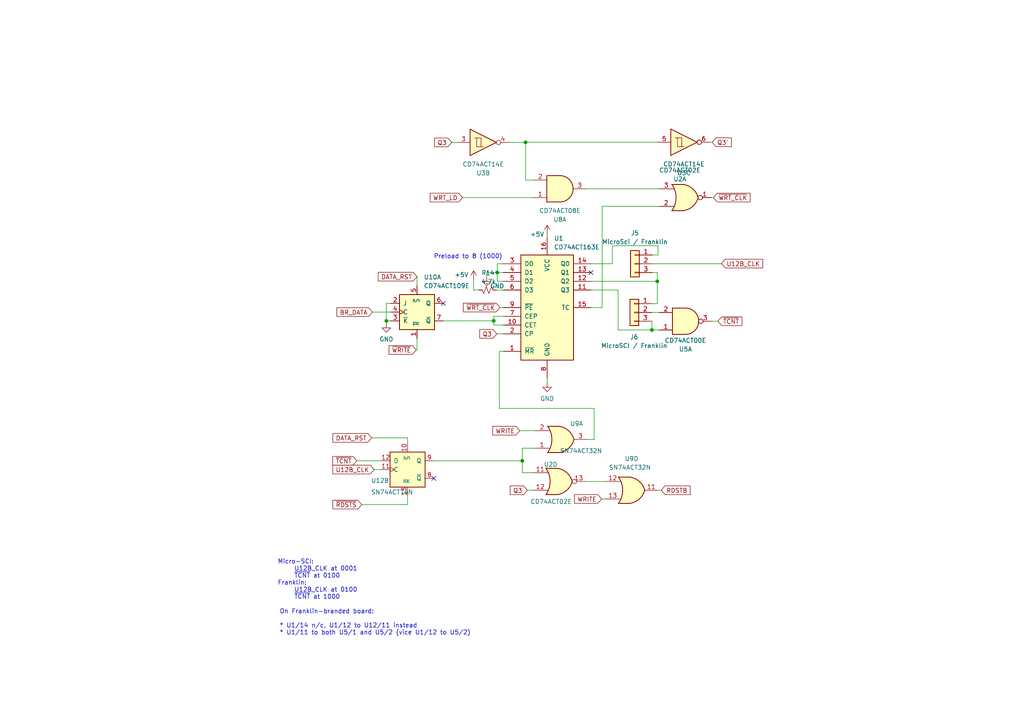
<source format=kicad_sch>
(kicad_sch (version 20230121) (generator eeschema)
  (paper "A4")
  (lib_symbols
    (symbol "74xx:74LS00" (pin_names (offset 1.016))
      (property "Reference" "U" (at 0 1.27 0))
      (property "Value" "74LS00" (at 0 -1.27 0))
      (symbol "74LS00_1_1"
        (arc (start 0 -3.81) (mid 3.7934 0) (end 0 3.81) (stroke (width 0.254)) (fill (type background)))
        (polyline (pts (xy 0 3.81) (xy -3.81 3.81) (xy -3.81 -3.81) (xy 0 -3.81)) (stroke (width 0.254)) (fill (type background)))
        (pin input line (at -7.62 2.54 0) (length 3.81) (name "~") (number "1"))
        (pin input line (at -7.62 -2.54 0) (length 3.81) (name "~") (number "2"))
        (pin output inverted (at 7.62 0 180) (length 3.81) (name "~") (number "3"))
      )
      (symbol "74LS00_1_2"
        (arc (start -3.81 -3.81) (mid -2.589 0) (end -3.81 3.81) (stroke (width 0.254)))
        (arc (start -0.6096 -3.81) (mid 2.1842 -2.5851) (end 3.81 0) (stroke (width 0.254)) (fill (type background)))
        (polyline (pts (xy -3.81 -3.81) (xy -0.635 -3.81)) (stroke (width 0.254)) (fill (type background)))
        (polyline (pts (xy -3.81 3.81) (xy -0.635 3.81)) (stroke (width 0.254)) (fill (type background)))
        (polyline (pts (xy -0.635 3.81) (xy -3.81 3.81) (xy -3.81 3.81) (xy -3.556 3.4036) (xy -3.0226 2.2606) (xy -2.6924 1.0414) (xy -2.6162 -0.254) (xy -2.7686 -1.4986) (xy -3.175 -2.7178) (xy -3.81 -3.81) (xy -3.81 -3.81) (xy -0.635 -3.81)) (stroke (width -25.4)) (fill (type background)))
        (arc (start 3.81 0) (mid 2.1915 2.5936) (end -0.6096 3.81) (stroke (width 0.254)) (fill (type background)))
        (pin input inverted (at -7.62 2.54 0) (length 4.318) (name "~") (number "1"))
        (pin input inverted (at -7.62 -2.54 0) (length 4.318) (name "~") (number "2"))
        (pin output line (at 7.62 0 180) (length 3.81) (name "~") (number "3"))
      )
      (symbol "74LS00_2_1"
        (arc (start 0 -3.81) (mid 3.7934 0) (end 0 3.81) (stroke (width 0.254)) (fill (type background)))
        (polyline (pts (xy 0 3.81) (xy -3.81 3.81) (xy -3.81 -3.81) (xy 0 -3.81)) (stroke (width 0.254)) (fill (type background)))
        (pin input line (at -7.62 2.54 0) (length 3.81) (name "~") (number "4"))
        (pin input line (at -7.62 -2.54 0) (length 3.81) (name "~") (number "5"))
        (pin output inverted (at 7.62 0 180) (length 3.81) (name "~") (number "6"))
      )
      (symbol "74LS00_2_2"
        (arc (start -3.81 -3.81) (mid -2.589 0) (end -3.81 3.81) (stroke (width 0.254)))
        (arc (start -0.6096 -3.81) (mid 2.1842 -2.5851) (end 3.81 0) (stroke (width 0.254)) (fill (type background)))
        (polyline (pts (xy -3.81 -3.81) (xy -0.635 -3.81)) (stroke (width 0.254)) (fill (type background)))
        (polyline (pts (xy -3.81 3.81) (xy -0.635 3.81)) (stroke (width 0.254)) (fill (type background)))
        (polyline (pts (xy -0.635 3.81) (xy -3.81 3.81) (xy -3.81 3.81) (xy -3.556 3.4036) (xy -3.0226 2.2606) (xy -2.6924 1.0414) (xy -2.6162 -0.254) (xy -2.7686 -1.4986) (xy -3.175 -2.7178) (xy -3.81 -3.81) (xy -3.81 -3.81) (xy -0.635 -3.81)) (stroke (width -25.4)) (fill (type background)))
        (arc (start 3.81 0) (mid 2.1915 2.5936) (end -0.6096 3.81) (stroke (width 0.254)) (fill (type background)))
        (pin input inverted (at -7.62 2.54 0) (length 4.318) (name "~") (number "4"))
        (pin input inverted (at -7.62 -2.54 0) (length 4.318) (name "~") (number "5"))
        (pin output line (at 7.62 0 180) (length 3.81) (name "~") (number "6"))
      )
      (symbol "74LS00_3_1"
        (arc (start 0 -3.81) (mid 3.7934 0) (end 0 3.81) (stroke (width 0.254)) (fill (type background)))
        (polyline (pts (xy 0 3.81) (xy -3.81 3.81) (xy -3.81 -3.81) (xy 0 -3.81)) (stroke (width 0.254)) (fill (type background)))
        (pin input line (at -7.62 -2.54 0) (length 3.81) (name "~") (number "10"))
        (pin output inverted (at 7.62 0 180) (length 3.81) (name "~") (number "8"))
        (pin input line (at -7.62 2.54 0) (length 3.81) (name "~") (number "9"))
      )
      (symbol "74LS00_3_2"
        (arc (start -3.81 -3.81) (mid -2.589 0) (end -3.81 3.81) (stroke (width 0.254)))
        (arc (start -0.6096 -3.81) (mid 2.1842 -2.5851) (end 3.81 0) (stroke (width 0.254)) (fill (type background)))
        (polyline (pts (xy -3.81 -3.81) (xy -0.635 -3.81)) (stroke (width 0.254)) (fill (type background)))
        (polyline (pts (xy -3.81 3.81) (xy -0.635 3.81)) (stroke (width 0.254)) (fill (type background)))
        (polyline (pts (xy -0.635 3.81) (xy -3.81 3.81) (xy -3.81 3.81) (xy -3.556 3.4036) (xy -3.0226 2.2606) (xy -2.6924 1.0414) (xy -2.6162 -0.254) (xy -2.7686 -1.4986) (xy -3.175 -2.7178) (xy -3.81 -3.81) (xy -3.81 -3.81) (xy -0.635 -3.81)) (stroke (width -25.4)) (fill (type background)))
        (arc (start 3.81 0) (mid 2.1915 2.5936) (end -0.6096 3.81) (stroke (width 0.254)) (fill (type background)))
        (pin input inverted (at -7.62 -2.54 0) (length 4.318) (name "~") (number "10"))
        (pin output line (at 7.62 0 180) (length 3.81) (name "~") (number "8"))
        (pin input inverted (at -7.62 2.54 0) (length 4.318) (name "~") (number "9"))
      )
      (symbol "74LS00_4_1"
        (arc (start 0 -3.81) (mid 3.7934 0) (end 0 3.81) (stroke (width 0.254)) (fill (type background)))
        (polyline (pts (xy 0 3.81) (xy -3.81 3.81) (xy -3.81 -3.81) (xy 0 -3.81)) (stroke (width 0.254)) (fill (type background)))
        (pin output inverted (at 7.62 0 180) (length 3.81) (name "~") (number "11"))
        (pin input line (at -7.62 2.54 0) (length 3.81) (name "~") (number "12"))
        (pin input line (at -7.62 -2.54 0) (length 3.81) (name "~") (number "13"))
      )
      (symbol "74LS00_4_2"
        (arc (start -3.81 -3.81) (mid -2.589 0) (end -3.81 3.81) (stroke (width 0.254)))
        (arc (start -0.6096 -3.81) (mid 2.1842 -2.5851) (end 3.81 0) (stroke (width 0.254)) (fill (type background)))
        (polyline (pts (xy -3.81 -3.81) (xy -0.635 -3.81)) (stroke (width 0.254)) (fill (type background)))
        (polyline (pts (xy -3.81 3.81) (xy -0.635 3.81)) (stroke (width 0.254)) (fill (type background)))
        (polyline (pts (xy -0.635 3.81) (xy -3.81 3.81) (xy -3.81 3.81) (xy -3.556 3.4036) (xy -3.0226 2.2606) (xy -2.6924 1.0414) (xy -2.6162 -0.254) (xy -2.7686 -1.4986) (xy -3.175 -2.7178) (xy -3.81 -3.81) (xy -3.81 -3.81) (xy -0.635 -3.81)) (stroke (width -25.4)) (fill (type background)))
        (arc (start 3.81 0) (mid 2.1915 2.5936) (end -0.6096 3.81) (stroke (width 0.254)) (fill (type background)))
        (pin output line (at 7.62 0 180) (length 3.81) (name "~") (number "11"))
        (pin input inverted (at -7.62 2.54 0) (length 4.318) (name "~") (number "12"))
        (pin input inverted (at -7.62 -2.54 0) (length 4.318) (name "~") (number "13"))
      )
      (symbol "74LS00_5_0"
        (pin power_in line (at 0 12.7 270) (length 5.08) (name "VCC") (number "14"))
        (pin power_in line (at 0 -12.7 90) (length 5.08) (name "GND") (number "7"))
      )
      (symbol "74LS00_5_1"
        (rectangle (start -5.08 7.62) (end 5.08 -7.62) (stroke (width 0.254)) (fill (type background)))
      )
    )
    (symbol "74xx:74LS02" (pin_names (offset 1.016))
      (property "Reference" "U" (at 0 1.27 0))
      (property "Value" "74LS02" (at 0 -1.27 0))
      (symbol "74LS02_1_1"
        (arc (start -3.81 -3.81) (mid -2.589 0) (end -3.81 3.81) (stroke (width 0.254)))
        (arc (start -0.6096 -3.81) (mid 2.1842 -2.5851) (end 3.81 0) (stroke (width 0.254)) (fill (type background)))
        (polyline (pts (xy -3.81 -3.81) (xy -0.635 -3.81)) (stroke (width 0.254)) (fill (type background)))
        (polyline (pts (xy -3.81 3.81) (xy -0.635 3.81)) (stroke (width 0.254)) (fill (type background)))
        (polyline (pts (xy -0.635 3.81) (xy -3.81 3.81) (xy -3.81 3.81) (xy -3.556 3.4036) (xy -3.0226 2.2606) (xy -2.6924 1.0414) (xy -2.6162 -0.254) (xy -2.7686 -1.4986) (xy -3.175 -2.7178) (xy -3.81 -3.81) (xy -3.81 -3.81) (xy -0.635 -3.81)) (stroke (width -25.4)) (fill (type background)))
        (arc (start 3.81 0) (mid 2.1915 2.5936) (end -0.6096 3.81) (stroke (width 0.254)) (fill (type background)))
        (pin output inverted (at 7.62 0 180) (length 3.81) (name "~") (number "1"))
        (pin input line (at -7.62 2.54 0) (length 4.318) (name "~") (number "2"))
        (pin input line (at -7.62 -2.54 0) (length 4.318) (name "~") (number "3"))
      )
      (symbol "74LS02_1_2"
        (arc (start 0 -3.81) (mid 3.7934 0) (end 0 3.81) (stroke (width 0.254)) (fill (type background)))
        (polyline (pts (xy 0 3.81) (xy -3.81 3.81) (xy -3.81 -3.81) (xy 0 -3.81)) (stroke (width 0.254)) (fill (type background)))
        (pin output line (at 7.62 0 180) (length 3.81) (name "~") (number "1"))
        (pin input inverted (at -7.62 2.54 0) (length 3.81) (name "~") (number "2"))
        (pin input inverted (at -7.62 -2.54 0) (length 3.81) (name "~") (number "3"))
      )
      (symbol "74LS02_2_1"
        (arc (start -3.81 -3.81) (mid -2.589 0) (end -3.81 3.81) (stroke (width 0.254)))
        (arc (start -0.6096 -3.81) (mid 2.1842 -2.5851) (end 3.81 0) (stroke (width 0.254)) (fill (type background)))
        (polyline (pts (xy -3.81 -3.81) (xy -0.635 -3.81)) (stroke (width 0.254)) (fill (type background)))
        (polyline (pts (xy -3.81 3.81) (xy -0.635 3.81)) (stroke (width 0.254)) (fill (type background)))
        (polyline (pts (xy -0.635 3.81) (xy -3.81 3.81) (xy -3.81 3.81) (xy -3.556 3.4036) (xy -3.0226 2.2606) (xy -2.6924 1.0414) (xy -2.6162 -0.254) (xy -2.7686 -1.4986) (xy -3.175 -2.7178) (xy -3.81 -3.81) (xy -3.81 -3.81) (xy -0.635 -3.81)) (stroke (width -25.4)) (fill (type background)))
        (arc (start 3.81 0) (mid 2.1915 2.5936) (end -0.6096 3.81) (stroke (width 0.254)) (fill (type background)))
        (pin output inverted (at 7.62 0 180) (length 3.81) (name "~") (number "4"))
        (pin input line (at -7.62 2.54 0) (length 4.318) (name "~") (number "5"))
        (pin input line (at -7.62 -2.54 0) (length 4.318) (name "~") (number "6"))
      )
      (symbol "74LS02_2_2"
        (arc (start 0 -3.81) (mid 3.7934 0) (end 0 3.81) (stroke (width 0.254)) (fill (type background)))
        (polyline (pts (xy 0 3.81) (xy -3.81 3.81) (xy -3.81 -3.81) (xy 0 -3.81)) (stroke (width 0.254)) (fill (type background)))
        (pin output line (at 7.62 0 180) (length 3.81) (name "~") (number "4"))
        (pin input inverted (at -7.62 2.54 0) (length 3.81) (name "~") (number "5"))
        (pin input inverted (at -7.62 -2.54 0) (length 3.81) (name "~") (number "6"))
      )
      (symbol "74LS02_3_1"
        (arc (start -3.81 -3.81) (mid -2.589 0) (end -3.81 3.81) (stroke (width 0.254)))
        (arc (start -0.6096 -3.81) (mid 2.1842 -2.5851) (end 3.81 0) (stroke (width 0.254)) (fill (type background)))
        (polyline (pts (xy -3.81 -3.81) (xy -0.635 -3.81)) (stroke (width 0.254)) (fill (type background)))
        (polyline (pts (xy -3.81 3.81) (xy -0.635 3.81)) (stroke (width 0.254)) (fill (type background)))
        (polyline (pts (xy -0.635 3.81) (xy -3.81 3.81) (xy -3.81 3.81) (xy -3.556 3.4036) (xy -3.0226 2.2606) (xy -2.6924 1.0414) (xy -2.6162 -0.254) (xy -2.7686 -1.4986) (xy -3.175 -2.7178) (xy -3.81 -3.81) (xy -3.81 -3.81) (xy -0.635 -3.81)) (stroke (width -25.4)) (fill (type background)))
        (arc (start 3.81 0) (mid 2.1915 2.5936) (end -0.6096 3.81) (stroke (width 0.254)) (fill (type background)))
        (pin output inverted (at 7.62 0 180) (length 3.81) (name "~") (number "10"))
        (pin input line (at -7.62 2.54 0) (length 4.318) (name "~") (number "8"))
        (pin input line (at -7.62 -2.54 0) (length 4.318) (name "~") (number "9"))
      )
      (symbol "74LS02_3_2"
        (arc (start 0 -3.81) (mid 3.7934 0) (end 0 3.81) (stroke (width 0.254)) (fill (type background)))
        (polyline (pts (xy 0 3.81) (xy -3.81 3.81) (xy -3.81 -3.81) (xy 0 -3.81)) (stroke (width 0.254)) (fill (type background)))
        (pin output line (at 7.62 0 180) (length 3.81) (name "~") (number "10"))
        (pin input inverted (at -7.62 2.54 0) (length 3.81) (name "~") (number "8"))
        (pin input inverted (at -7.62 -2.54 0) (length 3.81) (name "~") (number "9"))
      )
      (symbol "74LS02_4_1"
        (arc (start -3.81 -3.81) (mid -2.589 0) (end -3.81 3.81) (stroke (width 0.254)))
        (arc (start -0.6096 -3.81) (mid 2.1842 -2.5851) (end 3.81 0) (stroke (width 0.254)) (fill (type background)))
        (polyline (pts (xy -3.81 -3.81) (xy -0.635 -3.81)) (stroke (width 0.254)) (fill (type background)))
        (polyline (pts (xy -3.81 3.81) (xy -0.635 3.81)) (stroke (width 0.254)) (fill (type background)))
        (polyline (pts (xy -0.635 3.81) (xy -3.81 3.81) (xy -3.81 3.81) (xy -3.556 3.4036) (xy -3.0226 2.2606) (xy -2.6924 1.0414) (xy -2.6162 -0.254) (xy -2.7686 -1.4986) (xy -3.175 -2.7178) (xy -3.81 -3.81) (xy -3.81 -3.81) (xy -0.635 -3.81)) (stroke (width -25.4)) (fill (type background)))
        (arc (start 3.81 0) (mid 2.1915 2.5936) (end -0.6096 3.81) (stroke (width 0.254)) (fill (type background)))
        (pin input line (at -7.62 2.54 0) (length 4.318) (name "~") (number "11"))
        (pin input line (at -7.62 -2.54 0) (length 4.318) (name "~") (number "12"))
        (pin output inverted (at 7.62 0 180) (length 3.81) (name "~") (number "13"))
      )
      (symbol "74LS02_4_2"
        (arc (start 0 -3.81) (mid 3.7934 0) (end 0 3.81) (stroke (width 0.254)) (fill (type background)))
        (polyline (pts (xy 0 3.81) (xy -3.81 3.81) (xy -3.81 -3.81) (xy 0 -3.81)) (stroke (width 0.254)) (fill (type background)))
        (pin input inverted (at -7.62 2.54 0) (length 3.81) (name "~") (number "11"))
        (pin input inverted (at -7.62 -2.54 0) (length 3.81) (name "~") (number "12"))
        (pin output line (at 7.62 0 180) (length 3.81) (name "~") (number "13"))
      )
      (symbol "74LS02_5_0"
        (pin power_in line (at 0 12.7 270) (length 5.08) (name "VCC") (number "14"))
        (pin power_in line (at 0 -12.7 90) (length 5.08) (name "GND") (number "7"))
      )
      (symbol "74LS02_5_1"
        (rectangle (start -5.08 7.62) (end 5.08 -7.62) (stroke (width 0.254)) (fill (type background)))
      )
    )
    (symbol "74xx:74LS08" (pin_names (offset 1.016))
      (property "Reference" "U" (at 0 1.27 0))
      (property "Value" "74LS08" (at 0 -1.27 0))
      (symbol "74LS08_1_1"
        (arc (start 0 -3.81) (mid 3.7934 0) (end 0 3.81) (stroke (width 0.254)) (fill (type background)))
        (polyline (pts (xy 0 3.81) (xy -3.81 3.81) (xy -3.81 -3.81) (xy 0 -3.81)) (stroke (width 0.254)) (fill (type background)))
        (pin input line (at -7.62 2.54 0) (length 3.81) (name "~") (number "1"))
        (pin input line (at -7.62 -2.54 0) (length 3.81) (name "~") (number "2"))
        (pin output line (at 7.62 0 180) (length 3.81) (name "~") (number "3"))
      )
      (symbol "74LS08_1_2"
        (arc (start -3.81 -3.81) (mid -2.589 0) (end -3.81 3.81) (stroke (width 0.254)))
        (arc (start -0.6096 -3.81) (mid 2.1842 -2.5851) (end 3.81 0) (stroke (width 0.254)) (fill (type background)))
        (polyline (pts (xy -3.81 -3.81) (xy -0.635 -3.81)) (stroke (width 0.254)) (fill (type background)))
        (polyline (pts (xy -3.81 3.81) (xy -0.635 3.81)) (stroke (width 0.254)) (fill (type background)))
        (polyline (pts (xy -0.635 3.81) (xy -3.81 3.81) (xy -3.81 3.81) (xy -3.556 3.4036) (xy -3.0226 2.2606) (xy -2.6924 1.0414) (xy -2.6162 -0.254) (xy -2.7686 -1.4986) (xy -3.175 -2.7178) (xy -3.81 -3.81) (xy -3.81 -3.81) (xy -0.635 -3.81)) (stroke (width -25.4)) (fill (type background)))
        (arc (start 3.81 0) (mid 2.1915 2.5936) (end -0.6096 3.81) (stroke (width 0.254)) (fill (type background)))
        (pin input inverted (at -7.62 2.54 0) (length 4.318) (name "~") (number "1"))
        (pin input inverted (at -7.62 -2.54 0) (length 4.318) (name "~") (number "2"))
        (pin output inverted (at 7.62 0 180) (length 3.81) (name "~") (number "3"))
      )
      (symbol "74LS08_2_1"
        (arc (start 0 -3.81) (mid 3.7934 0) (end 0 3.81) (stroke (width 0.254)) (fill (type background)))
        (polyline (pts (xy 0 3.81) (xy -3.81 3.81) (xy -3.81 -3.81) (xy 0 -3.81)) (stroke (width 0.254)) (fill (type background)))
        (pin input line (at -7.62 2.54 0) (length 3.81) (name "~") (number "4"))
        (pin input line (at -7.62 -2.54 0) (length 3.81) (name "~") (number "5"))
        (pin output line (at 7.62 0 180) (length 3.81) (name "~") (number "6"))
      )
      (symbol "74LS08_2_2"
        (arc (start -3.81 -3.81) (mid -2.589 0) (end -3.81 3.81) (stroke (width 0.254)))
        (arc (start -0.6096 -3.81) (mid 2.1842 -2.5851) (end 3.81 0) (stroke (width 0.254)) (fill (type background)))
        (polyline (pts (xy -3.81 -3.81) (xy -0.635 -3.81)) (stroke (width 0.254)) (fill (type background)))
        (polyline (pts (xy -3.81 3.81) (xy -0.635 3.81)) (stroke (width 0.254)) (fill (type background)))
        (polyline (pts (xy -0.635 3.81) (xy -3.81 3.81) (xy -3.81 3.81) (xy -3.556 3.4036) (xy -3.0226 2.2606) (xy -2.6924 1.0414) (xy -2.6162 -0.254) (xy -2.7686 -1.4986) (xy -3.175 -2.7178) (xy -3.81 -3.81) (xy -3.81 -3.81) (xy -0.635 -3.81)) (stroke (width -25.4)) (fill (type background)))
        (arc (start 3.81 0) (mid 2.1915 2.5936) (end -0.6096 3.81) (stroke (width 0.254)) (fill (type background)))
        (pin input inverted (at -7.62 2.54 0) (length 4.318) (name "~") (number "4"))
        (pin input inverted (at -7.62 -2.54 0) (length 4.318) (name "~") (number "5"))
        (pin output inverted (at 7.62 0 180) (length 3.81) (name "~") (number "6"))
      )
      (symbol "74LS08_3_1"
        (arc (start 0 -3.81) (mid 3.7934 0) (end 0 3.81) (stroke (width 0.254)) (fill (type background)))
        (polyline (pts (xy 0 3.81) (xy -3.81 3.81) (xy -3.81 -3.81) (xy 0 -3.81)) (stroke (width 0.254)) (fill (type background)))
        (pin input line (at -7.62 -2.54 0) (length 3.81) (name "~") (number "10"))
        (pin output line (at 7.62 0 180) (length 3.81) (name "~") (number "8"))
        (pin input line (at -7.62 2.54 0) (length 3.81) (name "~") (number "9"))
      )
      (symbol "74LS08_3_2"
        (arc (start -3.81 -3.81) (mid -2.589 0) (end -3.81 3.81) (stroke (width 0.254)))
        (arc (start -0.6096 -3.81) (mid 2.1842 -2.5851) (end 3.81 0) (stroke (width 0.254)) (fill (type background)))
        (polyline (pts (xy -3.81 -3.81) (xy -0.635 -3.81)) (stroke (width 0.254)) (fill (type background)))
        (polyline (pts (xy -3.81 3.81) (xy -0.635 3.81)) (stroke (width 0.254)) (fill (type background)))
        (polyline (pts (xy -0.635 3.81) (xy -3.81 3.81) (xy -3.81 3.81) (xy -3.556 3.4036) (xy -3.0226 2.2606) (xy -2.6924 1.0414) (xy -2.6162 -0.254) (xy -2.7686 -1.4986) (xy -3.175 -2.7178) (xy -3.81 -3.81) (xy -3.81 -3.81) (xy -0.635 -3.81)) (stroke (width -25.4)) (fill (type background)))
        (arc (start 3.81 0) (mid 2.1915 2.5936) (end -0.6096 3.81) (stroke (width 0.254)) (fill (type background)))
        (pin input inverted (at -7.62 -2.54 0) (length 4.318) (name "~") (number "10"))
        (pin output inverted (at 7.62 0 180) (length 3.81) (name "~") (number "8"))
        (pin input inverted (at -7.62 2.54 0) (length 4.318) (name "~") (number "9"))
      )
      (symbol "74LS08_4_1"
        (arc (start 0 -3.81) (mid 3.7934 0) (end 0 3.81) (stroke (width 0.254)) (fill (type background)))
        (polyline (pts (xy 0 3.81) (xy -3.81 3.81) (xy -3.81 -3.81) (xy 0 -3.81)) (stroke (width 0.254)) (fill (type background)))
        (pin output line (at 7.62 0 180) (length 3.81) (name "~") (number "11"))
        (pin input line (at -7.62 2.54 0) (length 3.81) (name "~") (number "12"))
        (pin input line (at -7.62 -2.54 0) (length 3.81) (name "~") (number "13"))
      )
      (symbol "74LS08_4_2"
        (arc (start -3.81 -3.81) (mid -2.589 0) (end -3.81 3.81) (stroke (width 0.254)))
        (arc (start -0.6096 -3.81) (mid 2.1842 -2.5851) (end 3.81 0) (stroke (width 0.254)) (fill (type background)))
        (polyline (pts (xy -3.81 -3.81) (xy -0.635 -3.81)) (stroke (width 0.254)) (fill (type background)))
        (polyline (pts (xy -3.81 3.81) (xy -0.635 3.81)) (stroke (width 0.254)) (fill (type background)))
        (polyline (pts (xy -0.635 3.81) (xy -3.81 3.81) (xy -3.81 3.81) (xy -3.556 3.4036) (xy -3.0226 2.2606) (xy -2.6924 1.0414) (xy -2.6162 -0.254) (xy -2.7686 -1.4986) (xy -3.175 -2.7178) (xy -3.81 -3.81) (xy -3.81 -3.81) (xy -0.635 -3.81)) (stroke (width -25.4)) (fill (type background)))
        (arc (start 3.81 0) (mid 2.1915 2.5936) (end -0.6096 3.81) (stroke (width 0.254)) (fill (type background)))
        (pin output inverted (at 7.62 0 180) (length 3.81) (name "~") (number "11"))
        (pin input inverted (at -7.62 2.54 0) (length 4.318) (name "~") (number "12"))
        (pin input inverted (at -7.62 -2.54 0) (length 4.318) (name "~") (number "13"))
      )
      (symbol "74LS08_5_0"
        (pin power_in line (at 0 12.7 270) (length 5.08) (name "VCC") (number "14"))
        (pin power_in line (at 0 -12.7 90) (length 5.08) (name "GND") (number "7"))
      )
      (symbol "74LS08_5_1"
        (rectangle (start -5.08 7.62) (end 5.08 -7.62) (stroke (width 0.254)) (fill (type background)))
      )
    )
    (symbol "74xx:74LS109" (pin_names (offset 1.016))
      (property "Reference" "U" (at -7.62 8.89 0))
      (property "Value" "74LS109" (at -7.62 -8.89 0))
      (symbol "74LS109_1_0"
        (pin input line (at 0 -7.62 90) (length 2.54) (name "~{R}") (number "1"))
        (pin input line (at -7.62 2.54 0) (length 2.54) (name "J") (number "2"))
        (pin input line (at -7.62 -2.54 0) (length 2.54) (name "~{K}") (number "3"))
        (pin input clock (at -7.62 0 0) (length 2.54) (name "C") (number "4"))
        (pin input line (at 0 7.62 270) (length 2.54) (name "~{S}") (number "5"))
        (pin output line (at 7.62 2.54 180) (length 2.54) (name "Q") (number "6"))
        (pin output line (at 7.62 -2.54 180) (length 2.54) (name "~{Q}") (number "7"))
      )
      (symbol "74LS109_1_1"
        (rectangle (start -5.08 5.08) (end 5.08 -5.08) (stroke (width 0.254)) (fill (type background)))
      )
      (symbol "74LS109_2_0"
        (pin output line (at 7.62 2.54 180) (length 2.54) (name "Q") (number "10"))
        (pin input line (at 0 7.62 270) (length 2.54) (name "~{S}") (number "11"))
        (pin input clock (at -7.62 0 0) (length 2.54) (name "C") (number "12"))
        (pin input line (at -7.62 -2.54 0) (length 2.54) (name "~{K}") (number "13"))
        (pin input line (at -7.62 2.54 0) (length 2.54) (name "J") (number "14"))
        (pin input line (at 0 -7.62 90) (length 2.54) (name "~{R}") (number "15"))
        (pin output line (at 7.62 -2.54 180) (length 2.54) (name "~{Q}") (number "9"))
      )
      (symbol "74LS109_2_1"
        (rectangle (start -5.08 5.08) (end 5.08 -5.08) (stroke (width 0.254)) (fill (type background)))
      )
      (symbol "74LS109_3_0"
        (pin power_in line (at 0 10.16 270) (length 2.54) (name "VCC") (number "16"))
        (pin power_in line (at 0 -10.16 90) (length 2.54) (name "GND") (number "8"))
      )
      (symbol "74LS109_3_1"
        (rectangle (start -5.08 7.62) (end 5.08 -7.62) (stroke (width 0.254)) (fill (type background)))
      )
    )
    (symbol "74xx:74LS14" (pin_names (offset 1.016))
      (property "Reference" "U" (at 0 1.27 0))
      (property "Value" "74LS14" (at 0 -1.27 0))
      (symbol "74LS14_1_0"
        (polyline (pts (xy -3.81 3.81) (xy -3.81 -3.81) (xy 3.81 0) (xy -3.81 3.81)) (stroke (width 0.254)) (fill (type background)))
        (pin input line (at -7.62 0 0) (length 3.81) (name "~") (number "1"))
        (pin output inverted (at 7.62 0 180) (length 3.81) (name "~") (number "2"))
      )
      (symbol "74LS14_1_1"
        (polyline (pts (xy -1.905 -1.27) (xy -1.905 1.27) (xy -0.635 1.27)))
        (polyline (pts (xy -2.54 -1.27) (xy -0.635 -1.27) (xy -0.635 1.27) (xy 0 1.27)))
      )
      (symbol "74LS14_2_0"
        (polyline (pts (xy -3.81 3.81) (xy -3.81 -3.81) (xy 3.81 0) (xy -3.81 3.81)) (stroke (width 0.254)) (fill (type background)))
        (pin input line (at -7.62 0 0) (length 3.81) (name "~") (number "3"))
        (pin output inverted (at 7.62 0 180) (length 3.81) (name "~") (number "4"))
      )
      (symbol "74LS14_2_1"
        (polyline (pts (xy -1.905 -1.27) (xy -1.905 1.27) (xy -0.635 1.27)))
        (polyline (pts (xy -2.54 -1.27) (xy -0.635 -1.27) (xy -0.635 1.27) (xy 0 1.27)))
      )
      (symbol "74LS14_3_0"
        (polyline (pts (xy -3.81 3.81) (xy -3.81 -3.81) (xy 3.81 0) (xy -3.81 3.81)) (stroke (width 0.254)) (fill (type background)))
        (pin input line (at -7.62 0 0) (length 3.81) (name "~") (number "5"))
        (pin output inverted (at 7.62 0 180) (length 3.81) (name "~") (number "6"))
      )
      (symbol "74LS14_3_1"
        (polyline (pts (xy -1.905 -1.27) (xy -1.905 1.27) (xy -0.635 1.27)))
        (polyline (pts (xy -2.54 -1.27) (xy -0.635 -1.27) (xy -0.635 1.27) (xy 0 1.27)))
      )
      (symbol "74LS14_4_0"
        (polyline (pts (xy -3.81 3.81) (xy -3.81 -3.81) (xy 3.81 0) (xy -3.81 3.81)) (stroke (width 0.254)) (fill (type background)))
        (pin output inverted (at 7.62 0 180) (length 3.81) (name "~") (number "8"))
        (pin input line (at -7.62 0 0) (length 3.81) (name "~") (number "9"))
      )
      (symbol "74LS14_4_1"
        (polyline (pts (xy -1.905 -1.27) (xy -1.905 1.27) (xy -0.635 1.27)))
        (polyline (pts (xy -2.54 -1.27) (xy -0.635 -1.27) (xy -0.635 1.27) (xy 0 1.27)))
      )
      (symbol "74LS14_5_0"
        (polyline (pts (xy -3.81 3.81) (xy -3.81 -3.81) (xy 3.81 0) (xy -3.81 3.81)) (stroke (width 0.254)) (fill (type background)))
        (pin output inverted (at 7.62 0 180) (length 3.81) (name "~") (number "10"))
        (pin input line (at -7.62 0 0) (length 3.81) (name "~") (number "11"))
      )
      (symbol "74LS14_5_1"
        (polyline (pts (xy -1.905 -1.27) (xy -1.905 1.27) (xy -0.635 1.27)))
        (polyline (pts (xy -2.54 -1.27) (xy -0.635 -1.27) (xy -0.635 1.27) (xy 0 1.27)))
      )
      (symbol "74LS14_6_0"
        (polyline (pts (xy -3.81 3.81) (xy -3.81 -3.81) (xy 3.81 0) (xy -3.81 3.81)) (stroke (width 0.254)) (fill (type background)))
        (pin output inverted (at 7.62 0 180) (length 3.81) (name "~") (number "12"))
        (pin input line (at -7.62 0 0) (length 3.81) (name "~") (number "13"))
      )
      (symbol "74LS14_6_1"
        (polyline (pts (xy -1.905 -1.27) (xy -1.905 1.27) (xy -0.635 1.27)))
        (polyline (pts (xy -2.54 -1.27) (xy -0.635 -1.27) (xy -0.635 1.27) (xy 0 1.27)))
      )
      (symbol "74LS14_7_0"
        (pin power_in line (at 0 12.7 270) (length 5.08) (name "VCC") (number "14"))
        (pin power_in line (at 0 -12.7 90) (length 5.08) (name "GND") (number "7"))
      )
      (symbol "74LS14_7_1"
        (rectangle (start -5.08 7.62) (end 5.08 -7.62) (stroke (width 0.254)) (fill (type background)))
      )
    )
    (symbol "74xx:74LS163" (pin_names (offset 1.016))
      (property "Reference" "U" (at -7.62 16.51 0))
      (property "Value" "74LS163" (at -7.62 -16.51 0))
      (symbol "74LS163_1_0"
        (pin input line (at -12.7 -12.7 0) (length 5.08) (name "~{MR}") (number "1"))
        (pin input line (at -12.7 -5.08 0) (length 5.08) (name "CET") (number "10"))
        (pin output line (at 12.7 5.08 180) (length 5.08) (name "Q3") (number "11"))
        (pin output line (at 12.7 7.62 180) (length 5.08) (name "Q2") (number "12"))
        (pin output line (at 12.7 10.16 180) (length 5.08) (name "Q1") (number "13"))
        (pin output line (at 12.7 12.7 180) (length 5.08) (name "Q0") (number "14"))
        (pin output line (at 12.7 0 180) (length 5.08) (name "TC") (number "15"))
        (pin power_in line (at 0 20.32 270) (length 5.08) (name "VCC") (number "16"))
        (pin input line (at -12.7 -7.62 0) (length 5.08) (name "CP") (number "2"))
        (pin input line (at -12.7 12.7 0) (length 5.08) (name "D0") (number "3"))
        (pin input line (at -12.7 10.16 0) (length 5.08) (name "D1") (number "4"))
        (pin input line (at -12.7 7.62 0) (length 5.08) (name "D2") (number "5"))
        (pin input line (at -12.7 5.08 0) (length 5.08) (name "D3") (number "6"))
        (pin input line (at -12.7 -2.54 0) (length 5.08) (name "CEP") (number "7"))
        (pin power_in line (at 0 -20.32 90) (length 5.08) (name "GND") (number "8"))
        (pin input line (at -12.7 0 0) (length 5.08) (name "~{PE}") (number "9"))
      )
      (symbol "74LS163_1_1"
        (rectangle (start -7.62 15.24) (end 7.62 -15.24) (stroke (width 0.254)) (fill (type background)))
      )
    )
    (symbol "74xx:74LS32" (pin_names (offset 1.016))
      (property "Reference" "U" (at 0 1.27 0))
      (property "Value" "74LS32" (at 0 -1.27 0))
      (symbol "74LS32_1_1"
        (arc (start -3.81 -3.81) (mid -2.589 0) (end -3.81 3.81) (stroke (width 0.254)))
        (arc (start -0.6096 -3.81) (mid 2.1842 -2.5851) (end 3.81 0) (stroke (width 0.254)) (fill (type background)))
        (polyline (pts (xy -3.81 -3.81) (xy -0.635 -3.81)) (stroke (width 0.254)) (fill (type background)))
        (polyline (pts (xy -3.81 3.81) (xy -0.635 3.81)) (stroke (width 0.254)) (fill (type background)))
        (polyline (pts (xy -0.635 3.81) (xy -3.81 3.81) (xy -3.81 3.81) (xy -3.556 3.4036) (xy -3.0226 2.2606) (xy -2.6924 1.0414) (xy -2.6162 -0.254) (xy -2.7686 -1.4986) (xy -3.175 -2.7178) (xy -3.81 -3.81) (xy -3.81 -3.81) (xy -0.635 -3.81)) (stroke (width -25.4)) (fill (type background)))
        (arc (start 3.81 0) (mid 2.1915 2.5936) (end -0.6096 3.81) (stroke (width 0.254)) (fill (type background)))
        (pin input line (at -7.62 2.54 0) (length 4.318) (name "~") (number "1"))
        (pin input line (at -7.62 -2.54 0) (length 4.318) (name "~") (number "2"))
        (pin output line (at 7.62 0 180) (length 3.81) (name "~") (number "3"))
      )
      (symbol "74LS32_1_2"
        (arc (start 0 -3.81) (mid 3.7934 0) (end 0 3.81) (stroke (width 0.254)) (fill (type background)))
        (polyline (pts (xy 0 3.81) (xy -3.81 3.81) (xy -3.81 -3.81) (xy 0 -3.81)) (stroke (width 0.254)) (fill (type background)))
        (pin input inverted (at -7.62 2.54 0) (length 3.81) (name "~") (number "1"))
        (pin input inverted (at -7.62 -2.54 0) (length 3.81) (name "~") (number "2"))
        (pin output inverted (at 7.62 0 180) (length 3.81) (name "~") (number "3"))
      )
      (symbol "74LS32_2_1"
        (arc (start -3.81 -3.81) (mid -2.589 0) (end -3.81 3.81) (stroke (width 0.254)))
        (arc (start -0.6096 -3.81) (mid 2.1842 -2.5851) (end 3.81 0) (stroke (width 0.254)) (fill (type background)))
        (polyline (pts (xy -3.81 -3.81) (xy -0.635 -3.81)) (stroke (width 0.254)) (fill (type background)))
        (polyline (pts (xy -3.81 3.81) (xy -0.635 3.81)) (stroke (width 0.254)) (fill (type background)))
        (polyline (pts (xy -0.635 3.81) (xy -3.81 3.81) (xy -3.81 3.81) (xy -3.556 3.4036) (xy -3.0226 2.2606) (xy -2.6924 1.0414) (xy -2.6162 -0.254) (xy -2.7686 -1.4986) (xy -3.175 -2.7178) (xy -3.81 -3.81) (xy -3.81 -3.81) (xy -0.635 -3.81)) (stroke (width -25.4)) (fill (type background)))
        (arc (start 3.81 0) (mid 2.1915 2.5936) (end -0.6096 3.81) (stroke (width 0.254)) (fill (type background)))
        (pin input line (at -7.62 2.54 0) (length 4.318) (name "~") (number "4"))
        (pin input line (at -7.62 -2.54 0) (length 4.318) (name "~") (number "5"))
        (pin output line (at 7.62 0 180) (length 3.81) (name "~") (number "6"))
      )
      (symbol "74LS32_2_2"
        (arc (start 0 -3.81) (mid 3.7934 0) (end 0 3.81) (stroke (width 0.254)) (fill (type background)))
        (polyline (pts (xy 0 3.81) (xy -3.81 3.81) (xy -3.81 -3.81) (xy 0 -3.81)) (stroke (width 0.254)) (fill (type background)))
        (pin input inverted (at -7.62 2.54 0) (length 3.81) (name "~") (number "4"))
        (pin input inverted (at -7.62 -2.54 0) (length 3.81) (name "~") (number "5"))
        (pin output inverted (at 7.62 0 180) (length 3.81) (name "~") (number "6"))
      )
      (symbol "74LS32_3_1"
        (arc (start -3.81 -3.81) (mid -2.589 0) (end -3.81 3.81) (stroke (width 0.254)))
        (arc (start -0.6096 -3.81) (mid 2.1842 -2.5851) (end 3.81 0) (stroke (width 0.254)) (fill (type background)))
        (polyline (pts (xy -3.81 -3.81) (xy -0.635 -3.81)) (stroke (width 0.254)) (fill (type background)))
        (polyline (pts (xy -3.81 3.81) (xy -0.635 3.81)) (stroke (width 0.254)) (fill (type background)))
        (polyline (pts (xy -0.635 3.81) (xy -3.81 3.81) (xy -3.81 3.81) (xy -3.556 3.4036) (xy -3.0226 2.2606) (xy -2.6924 1.0414) (xy -2.6162 -0.254) (xy -2.7686 -1.4986) (xy -3.175 -2.7178) (xy -3.81 -3.81) (xy -3.81 -3.81) (xy -0.635 -3.81)) (stroke (width -25.4)) (fill (type background)))
        (arc (start 3.81 0) (mid 2.1915 2.5936) (end -0.6096 3.81) (stroke (width 0.254)) (fill (type background)))
        (pin input line (at -7.62 -2.54 0) (length 4.318) (name "~") (number "10"))
        (pin output line (at 7.62 0 180) (length 3.81) (name "~") (number "8"))
        (pin input line (at -7.62 2.54 0) (length 4.318) (name "~") (number "9"))
      )
      (symbol "74LS32_3_2"
        (arc (start 0 -3.81) (mid 3.7934 0) (end 0 3.81) (stroke (width 0.254)) (fill (type background)))
        (polyline (pts (xy 0 3.81) (xy -3.81 3.81) (xy -3.81 -3.81) (xy 0 -3.81)) (stroke (width 0.254)) (fill (type background)))
        (pin input inverted (at -7.62 -2.54 0) (length 3.81) (name "~") (number "10"))
        (pin output inverted (at 7.62 0 180) (length 3.81) (name "~") (number "8"))
        (pin input inverted (at -7.62 2.54 0) (length 3.81) (name "~") (number "9"))
      )
      (symbol "74LS32_4_1"
        (arc (start -3.81 -3.81) (mid -2.589 0) (end -3.81 3.81) (stroke (width 0.254)))
        (arc (start -0.6096 -3.81) (mid 2.1842 -2.5851) (end 3.81 0) (stroke (width 0.254)) (fill (type background)))
        (polyline (pts (xy -3.81 -3.81) (xy -0.635 -3.81)) (stroke (width 0.254)) (fill (type background)))
        (polyline (pts (xy -3.81 3.81) (xy -0.635 3.81)) (stroke (width 0.254)) (fill (type background)))
        (polyline (pts (xy -0.635 3.81) (xy -3.81 3.81) (xy -3.81 3.81) (xy -3.556 3.4036) (xy -3.0226 2.2606) (xy -2.6924 1.0414) (xy -2.6162 -0.254) (xy -2.7686 -1.4986) (xy -3.175 -2.7178) (xy -3.81 -3.81) (xy -3.81 -3.81) (xy -0.635 -3.81)) (stroke (width -25.4)) (fill (type background)))
        (arc (start 3.81 0) (mid 2.1915 2.5936) (end -0.6096 3.81) (stroke (width 0.254)) (fill (type background)))
        (pin output line (at 7.62 0 180) (length 3.81) (name "~") (number "11"))
        (pin input line (at -7.62 2.54 0) (length 4.318) (name "~") (number "12"))
        (pin input line (at -7.62 -2.54 0) (length 4.318) (name "~") (number "13"))
      )
      (symbol "74LS32_4_2"
        (arc (start 0 -3.81) (mid 3.7934 0) (end 0 3.81) (stroke (width 0.254)) (fill (type background)))
        (polyline (pts (xy 0 3.81) (xy -3.81 3.81) (xy -3.81 -3.81) (xy 0 -3.81)) (stroke (width 0.254)) (fill (type background)))
        (pin output inverted (at 7.62 0 180) (length 3.81) (name "~") (number "11"))
        (pin input inverted (at -7.62 2.54 0) (length 3.81) (name "~") (number "12"))
        (pin input inverted (at -7.62 -2.54 0) (length 3.81) (name "~") (number "13"))
      )
      (symbol "74LS32_5_0"
        (pin power_in line (at 0 12.7 270) (length 5.08) (name "VCC") (number "14"))
        (pin power_in line (at 0 -12.7 90) (length 5.08) (name "GND") (number "7"))
      )
      (symbol "74LS32_5_1"
        (rectangle (start -5.08 7.62) (end 5.08 -7.62) (stroke (width 0.254)) (fill (type background)))
      )
    )
    (symbol "74xx:74LS74" (pin_names (offset 1.016))
      (property "Reference" "U" (at -7.62 8.89 0))
      (property "Value" "74LS74" (at -7.62 -8.89 0))
      (symbol "74LS74_1_0"
        (pin input line (at 0 -7.62 90) (length 2.54) (name "~{R}") (number "1"))
        (pin input line (at -7.62 2.54 0) (length 2.54) (name "D") (number "2"))
        (pin input clock (at -7.62 0 0) (length 2.54) (name "C") (number "3"))
        (pin input line (at 0 7.62 270) (length 2.54) (name "~{S}") (number "4"))
        (pin output line (at 7.62 2.54 180) (length 2.54) (name "Q") (number "5"))
        (pin output line (at 7.62 -2.54 180) (length 2.54) (name "~{Q}") (number "6"))
      )
      (symbol "74LS74_1_1"
        (rectangle (start -5.08 5.08) (end 5.08 -5.08) (stroke (width 0.254)) (fill (type background)))
      )
      (symbol "74LS74_2_0"
        (pin input line (at 0 7.62 270) (length 2.54) (name "~{S}") (number "10"))
        (pin input clock (at -7.62 0 0) (length 2.54) (name "C") (number "11"))
        (pin input line (at -7.62 2.54 0) (length 2.54) (name "D") (number "12"))
        (pin input line (at 0 -7.62 90) (length 2.54) (name "~{R}") (number "13"))
        (pin output line (at 7.62 -2.54 180) (length 2.54) (name "~{Q}") (number "8"))
        (pin output line (at 7.62 2.54 180) (length 2.54) (name "Q") (number "9"))
      )
      (symbol "74LS74_2_1"
        (rectangle (start -5.08 5.08) (end 5.08 -5.08) (stroke (width 0.254)) (fill (type background)))
      )
      (symbol "74LS74_3_0"
        (pin power_in line (at 0 10.16 270) (length 2.54) (name "VCC") (number "14"))
        (pin power_in line (at 0 -10.16 90) (length 2.54) (name "GND") (number "7"))
      )
      (symbol "74LS74_3_1"
        (rectangle (start -5.08 7.62) (end 5.08 -7.62) (stroke (width 0.254)) (fill (type background)))
      )
    )
    (symbol "Connector_Generic:Conn_01x03" (pin_names (offset 1.016) hide)
      (property "Reference" "J" (at 0 5.08 0))
      (property "Value" "Conn_01x03" (at 0 -5.08 0))
      (symbol "Conn_01x03_1_1"
        (rectangle (start -1.27 -2.413) (end 0 -2.667) (stroke (width 0.1524)))
        (rectangle (start -1.27 0.127) (end 0 -0.127) (stroke (width 0.1524)))
        (rectangle (start -1.27 2.667) (end 0 2.413) (stroke (width 0.1524)))
        (rectangle (start -1.27 3.81) (end 1.27 -3.81) (stroke (width 0.254)) (fill (type background)))
        (pin passive line (at -5.08 2.54 0) (length 3.81) (name "Pin_1") (number "1"))
        (pin passive line (at -5.08 0 0) (length 3.81) (name "Pin_2") (number "2"))
        (pin passive line (at -5.08 -2.54 0) (length 3.81) (name "Pin_3") (number "3"))
      )
    )
    (symbol "Device:R_Small_US" (pin_numbers hide) (pin_names (offset 0.254) hide)
      (property "Reference" "R" (at 0.762 0.508 0))
      (property "Value" "R_Small_US" (at 0.762 -1.016 0))
      (symbol "R_Small_US_1_1"
        (polyline (pts (xy 0 0) (xy 1.016 -0.381) (xy 0 -0.762) (xy -1.016 -1.143) (xy 0 -1.524)))
        (polyline (pts (xy 0 1.524) (xy 1.016 1.143) (xy 0 0.762) (xy -1.016 0.381) (xy 0 0)))
        (pin passive line (at 0 2.54 270) (length 1.016) (name "~") (number "1"))
        (pin passive line (at 0 -2.54 90) (length 1.016) (name "~") (number "2"))
      )
    )
    (symbol "power:+5V" (power) (pin_names (offset 0))
      (property "Value" "+5V" (at 0 3.556 0))
      (symbol "+5V_0_1"
        (polyline (pts (xy -0.762 1.27) (xy 0 2.54)))
        (polyline (pts (xy 0 0) (xy 0 2.54)))
        (polyline (pts (xy 0 2.54) (xy 0.762 1.27)))
      )
      (symbol "+5V_1_1"
        (pin power_in line (at 0 0 90) (length 0) hide (name "+5V") (number "1"))
      )
    )
    (symbol "power:GND" (power) (pin_names (offset 0))
      (property "Value" "GND" (at 0 -3.81 0))
      (symbol "GND_0_1"
        (polyline (pts (xy 0 0) (xy 0 -1.27) (xy 1.27 -1.27) (xy 0 -2.54) (xy -1.27 -1.27) (xy 0 -1.27)))
      )
      (symbol "GND_1_1"
        (pin power_in line (at 0 0 270) (length 0) hide (name "GND") (number "1"))
      )
    )
  )
  (junction (at 112.0648 93.0656))
  (junction (at 151.4856 133.6548))
  (junction (at 189.0776 95.7072))
  (junction (at 143.2052 93.0656))
  (junction (at 144.2212 79.0448))
  (junction (at 190.6524 81.5848))
  (junction (at 152.4254 41.3004))
  (no_connect (at 125.8316 138.7348))
  (no_connect (at 128.5748 87.9856))
  (no_connect (at 171.3992 79.0448))
  (wire (pts (xy 190.6524 81.5848) (xy 190.6524 88.0872)))
  (wire (pts (xy 158.6992 109.5248) (xy 158.6992 111.0488)))
  (wire (pts (xy 189.0776 93.1672) (xy 189.0776 95.7072)))
  (wire (pts (xy 143.2052 93.0656) (xy 143.2052 94.2848)))
  (wire (pts (xy 144.2212 79.0448) (xy 145.9992 79.0448)))
  (wire (pts (xy 205.994 41.2496) (xy 206.5528 41.2496)))
  (wire (pts (xy 144.1196 96.8248) (xy 145.9992 96.8248)))
  (wire (pts (xy 152.4254 52.2224) (xy 152.4254 41.3004)))
  (wire (pts (xy 189.0776 90.6272) (xy 191.2112 90.6272)))
  (wire (pts (xy 172.2628 127.508) (xy 172.3136 127.508)))
  (wire (pts (xy 144.2212 76.5048) (xy 144.2212 79.0448)))
  (wire (pts (xy 143.2052 94.2848) (xy 145.9992 94.2848)))
  (wire (pts (xy 171.3992 84.1248) (xy 179.2732 84.1248)))
  (wire (pts (xy 132.5372 41.3004) (xy 131.0132 41.3004)))
  (wire (pts (xy 179.2732 95.7072) (xy 179.2732 84.1248)))
  (wire (pts (xy 108.5088 136.1948) (xy 110.5916 136.1948)))
  (wire (pts (xy 151.4856 129.9972) (xy 155.0416 129.9972)))
  (wire (pts (xy 151.4856 129.9972) (xy 151.4856 133.6548)))
  (wire (pts (xy 155.0416 124.9172) (xy 150.7744 124.9172)))
  (wire (pts (xy 190.6524 79.0448) (xy 189.23 79.0448)))
  (wire (pts (xy 112.0648 93.0656) (xy 113.3348 93.0656)))
  (wire (pts (xy 177.5968 71.2724) (xy 177.5968 76.5048)))
  (wire (pts (xy 107.7976 127) (xy 118.2116 127)))
  (wire (pts (xy 171.3992 81.5848) (xy 190.6524 81.5848)))
  (wire (pts (xy 171.3992 89.2048) (xy 174.6504 89.2048)))
  (wire (pts (xy 189.0776 88.0872) (xy 190.6524 88.0872)))
  (wire (pts (xy 137.3632 84.1248) (xy 137.3632 81.0768)))
  (wire (pts (xy 154.7876 52.2224) (xy 152.4254 52.2224)))
  (wire (pts (xy 209.1944 76.454) (xy 209.2452 76.454)))
  (wire (pts (xy 171.3992 76.5048) (xy 177.5968 76.5048)))
  (wire (pts (xy 172.2628 127.508) (xy 172.2628 127.4572)))
  (wire (pts (xy 112.0648 93.0656) (xy 112.0648 93.8276)))
  (wire (pts (xy 141.1732 79.0448) (xy 144.2212 79.0448)))
  (wire (pts (xy 120.9548 101.4984) (xy 120.7008 101.4984)))
  (wire (pts (xy 174.498 144.7292) (xy 175.5648 144.7292)))
  (wire (pts (xy 172.3136 127.508) (xy 172.3136 118.4656)))
  (wire (pts (xy 108.0516 90.5256) (xy 113.3348 90.5256)))
  (wire (pts (xy 145.9992 84.1248) (xy 143.9672 84.1248)))
  (wire (pts (xy 151.4856 133.6548) (xy 151.4856 137.1092)))
  (wire (pts (xy 209.1944 76.5048) (xy 189.23 76.5048)))
  (wire (pts (xy 189.0776 95.7072) (xy 179.2732 95.7072)))
  (wire (pts (xy 103.4796 133.6548) (xy 110.5916 133.6548)))
  (wire (pts (xy 138.8872 84.1248) (xy 137.3632 84.1248)))
  (wire (pts (xy 189.23 73.9648) (xy 190.8556 73.9648)))
  (wire (pts (xy 151.4856 137.1092) (xy 154.5336 137.1092)))
  (wire (pts (xy 144.8308 118.4656) (xy 172.3136 118.4656)))
  (wire (pts (xy 112.0648 87.9856) (xy 112.0648 93.0656)))
  (wire (pts (xy 169.7736 139.6492) (xy 175.5648 139.6492)))
  (wire (pts (xy 144.2212 81.5848) (xy 145.9992 81.5848)))
  (wire (pts (xy 147.7772 41.3004) (xy 152.4254 41.3004)))
  (wire (pts (xy 128.5748 93.0656) (xy 143.2052 93.0656)))
  (wire (pts (xy 174.6504 59.8424) (xy 174.6504 89.2048)))
  (wire (pts (xy 144.8308 101.9048) (xy 145.9992 101.9048)))
  (wire (pts (xy 209.1944 76.454) (xy 209.1944 76.5048)))
  (wire (pts (xy 170.0276 54.7624) (xy 191.0588 54.7624)))
  (wire (pts (xy 113.3348 87.9856) (xy 112.0648 87.9856)))
  (wire (pts (xy 190.8556 71.2724) (xy 177.5968 71.2724)))
  (wire (pts (xy 118.2116 146.3548) (xy 118.2116 143.8148)))
  (wire (pts (xy 152.4254 41.2496) (xy 152.4254 41.3004)))
  (wire (pts (xy 190.8556 73.9648) (xy 190.8556 71.2724)))
  (wire (pts (xy 141.1732 80.3148) (xy 141.1732 79.0448)))
  (wire (pts (xy 134.1628 57.3024) (xy 154.7876 57.3024)))
  (wire (pts (xy 206.2988 57.3024) (xy 206.9084 57.3024)))
  (wire (pts (xy 145.034 89.2048) (xy 145.9992 89.2048)))
  (wire (pts (xy 191.2112 95.7072) (xy 189.0776 95.7072)))
  (wire (pts (xy 120.9548 98.1456) (xy 120.9548 101.4984)))
  (wire (pts (xy 118.2116 127) (xy 118.2116 128.5748)))
  (wire (pts (xy 190.6524 81.5848) (xy 190.6524 79.0448)))
  (wire (pts (xy 125.8316 133.6548) (xy 151.4856 133.6548)))
  (wire (pts (xy 190.8048 142.1892) (xy 191.77 142.1892)))
  (wire (pts (xy 158.6992 67.8688) (xy 158.6992 68.8848)))
  (wire (pts (xy 143.2052 91.7448) (xy 145.9992 91.7448)))
  (wire (pts (xy 191.0588 59.8424) (xy 174.6504 59.8424)))
  (wire (pts (xy 145.9992 76.5048) (xy 144.2212 76.5048)))
  (wire (pts (xy 152.9588 142.1892) (xy 154.5336 142.1892)))
  (wire (pts (xy 104.902 146.3548) (xy 118.2116 146.3548)))
  (wire (pts (xy 144.8308 101.9048) (xy 144.8308 118.4656)))
  (wire (pts (xy 152.4254 41.2496) (xy 190.754 41.2496)))
  (wire (pts (xy 172.2628 127.4572) (xy 170.2816 127.4572)))
  (wire (pts (xy 144.2212 79.0448) (xy 144.2212 81.5848)))
  (wire (pts (xy 120.9548 82.9056) (xy 120.9548 80.2386)))
  (wire (pts (xy 143.2052 91.7448) (xy 143.2052 93.0656)))
  (wire (pts (xy 206.4512 93.1672) (xy 208.2292 93.1672)))
  (text "Preload to 8 (1000)" (at 125.7808 75.2348 0) (effects (font (size 1.27 1.27)) (justify left bottom)))
  (text "Micro-SCI:\n	U12B_CLK at 0001\n	~{TCNT} at 0100\nFranklin:\n	U12B_CLK at 0100\n	~{TCNT} at 1000" (at 80.518 173.99 0) (effects (font (size 1.27 1.27)) (justify left bottom)))
  (text "On Franklin-branded board:\n\n* U1/14 n/c, U1/12 to U12/11 instead\n* U1/11 to both U5/1 and U5/2 (vice U1/12 to U5/2)" (at 81.0768 184.3532 0) (effects (font (size 1.27 1.27)) (justify left bottom)))
  (global_label "WRITE" (shape input) (at 150.7744 124.9172 180) (property "Intersheetrefs" "${INTERSHEET_REFS}" (effects hide)))
  (global_label "~{WRT_CLK}" (shape input) (at 206.9084 57.3024 0) (property "Intersheetrefs" "${INTERSHEET_REFS}" (effects hide)))
  (global_label "Q3" (shape input) (at 131.0132 41.3004 180) (property "Intersheetrefs" "${INTERSHEET_REFS}" (effects hide)))
  (global_label "DATA_RST" (shape input) (at 120.9548 80.2386 180) (property "Intersheetrefs" "${INTERSHEET_REFS}" (effects hide)))
  (global_label "DATA_RST" (shape input) (at 107.7976 127 180) (property "Intersheetrefs" "${INTERSHEET_REFS}" (effects hide)))
  (global_label "~{TCNT}" (shape input) (at 208.2292 93.1672 0) (property "Intersheetrefs" "${INTERSHEET_REFS}" (effects hide)))
  (global_label "U12B_CLK" (shape input) (at 209.2452 76.454 0) (property "Intersheetrefs" "${INTERSHEET_REFS}" (effects hide)))
  (global_label "WRITE" (shape input) (at 174.498 144.7292 180) (property "Intersheetrefs" "${INTERSHEET_REFS}" (effects hide)))
  (global_label "~{WRITE}" (shape input) (at 120.7008 101.4984 180) (property "Intersheetrefs" "${INTERSHEET_REFS}" (effects hide)))
  (global_label "Q3" (shape input) (at 152.9588 142.1892 180) (property "Intersheetrefs" "${INTERSHEET_REFS}" (effects hide)))
  (global_label "BR_DATA" (shape input) (at 108.0516 90.5256 180) (property "Intersheetrefs" "${INTERSHEET_REFS}" (effects hide)))
  (global_label "~{RDSTS}" (shape input) (at 104.902 146.3548 180) (property "Intersheetrefs" "${INTERSHEET_REFS}" (effects hide)))
  (global_label "Q3" (shape input) (at 144.1196 96.8248 180) (property "Intersheetrefs" "${INTERSHEET_REFS}" (effects hide)))
  (global_label "RDSTB" (shape input) (at 191.77 142.1892 0) (property "Intersheetrefs" "${INTERSHEET_REFS}" (effects hide)))
  (global_label "Q3'" (shape input) (at 206.5528 41.2496 0) (property "Intersheetrefs" "${INTERSHEET_REFS}" (effects hide)))
  (global_label "U12B_CLK" (shape input) (at 108.5088 136.1948 180) (property "Intersheetrefs" "${INTERSHEET_REFS}" (effects hide)))
  (global_label "~{WRT_CLK}" (shape input) (at 145.034 89.2048 180) (property "Intersheetrefs" "${INTERSHEET_REFS}" (effects hide)))
  (global_label "~{TCNT}" (shape input) (at 103.4796 133.6548 180) (property "Intersheetrefs" "${INTERSHEET_REFS}" (effects hide)))
  (global_label "WRT_LD" (shape input) (at 134.1628 57.3024 180) (property "Intersheetrefs" "${INTERSHEET_REFS}" (effects hide)))
  (symbol (lib_id "74xx:74LS00") (at 198.8312 93.1672 0) (mirror x) (unit 1)
    (property "Reference" "U5" (at 198.8229 101.2952 0))
    (property "Value" "CD74ACT00E" (at 198.8229 98.7552 0))
    (property "Footprint" "Package_DIP:DIP-14_W7.62mm" (effects hide))
    (property "Datasheet" "http://www.ti.com/lit/gpn/sn74ls00" (effects hide))
  )
  (symbol (lib_id "power:GND") (at 112.0648 93.8276 0) (unit 1)
    (property "Reference" "#PWR011" (effects hide))
    (property "Value" "GND" (at 112.0648 98.3996 0))
    (instances (project "MicroSci Floppy Controller" (path "" (reference "#PWR011") (unit 1)) (path "" (reference "#PWR050") (unit 1))))
  )
  (symbol (lib_id "74xx:74LS32") (at 162.6616 127.4572 0) (mirror x) (unit 1)
    (property "Reference" "U9" (at 167.2336 122.8852 0))
    (property "Value" "SN74ACT32N " (at 169.0116 130.7592 0))
    (property "Footprint" "Package_DIP:DIP-14_W7.62mm" (effects hide))
    (property "Datasheet" "http://www.ti.com/lit/gpn/sn74LS32" (effects hide))
  )
  (symbol (lib_id "Device:R_Small_US") (at 141.4272 84.1248 90) (mirror x) (unit 1)
    (property "Reference" "R14" (at 139.5984 79.1464 90) (effects (justify right)))
    (property "Value" "4.7k" (at 139.5984 81.6864 90) (effects (justify right)))
    (property "Footprint" "Resistor_THT:R_Axial_DIN0207_L6.3mm_D2.5mm_P7.62mm_Horizontal" (effects hide))
  )
  (symbol (lib_id "power:+5V") (at 158.6992 67.8688 0) (unit 1)
    (property "Reference" "#PWR078" (effects hide))
    (property "Value" "+5V" (at 155.8036 67.9704 0))
    (instances (project "MicroSci Floppy Controller" (path "" (reference "#PWR078") (unit 1)) (path "" (reference "#PWR06") (unit 1))))
  )
  (symbol (lib_id "74xx:74LS109") (at 120.9548 90.5256 0) (unit 1)
    (property "Reference" "U10" (at 122.9107 80.3656 0) (effects (justify left)))
    (property "Value" "CD74ACT109E " (at 122.9107 82.9056 0) (effects (justify left)))
    (property "Footprint" "Package_DIP:DIP-16_W7.62mm" (effects hide))
    (property "Datasheet" "http://www.ti.com/lit/gpn/sn74LS109" (effects hide))
  )
  (symbol (lib_id "74xx:74LS08") (at 162.4076 54.7624 0) (mirror x) (unit 1)
    (property "Reference" "U8" (at 162.3993 63.6524 0))
    (property "Value" "CD74ACT08E" (at 162.3993 61.1124 0))
    (property "Footprint" "Package_DIP:DIP-14_W7.62mm" (effects hide))
    (property "Datasheet" "http://www.ti.com/lit/gpn/sn74LS08" (effects hide))
  )
  (symbol (lib_id "74xx:74LS02") (at 198.6788 57.3024 0) (mirror x) (unit 1)
    (property "Reference" "U2" (at 197.2056 51.9176 0))
    (property "Value" "CD74ACT02E" (at 197.2056 49.3776 0))
    (property "Footprint" "Package_DIP:DIP-14_W7.62mm" (effects hide))
    (property "Datasheet" "http://www.ti.com/lit/gpn/sn74ls02" (effects hide))
  )
  (symbol (lib_id "power:+5V") (at 137.3632 81.0768 0) (unit 1)
    (property "Reference" "#PWR07" (effects hide))
    (property "Value" "+5V" (at 133.858 79.7052 0))
    (instances (project "MicroSci Floppy Controller" (path "" (reference "#PWR07") (unit 1)) (path "" (reference "#PWR011") (unit 1))))
  )
  (symbol (lib_id "74xx:74LS74") (at 118.2116 136.1948 0) (unit 2)
    (property "Reference" "U12" (at 107.5944 139.3952 0) (effects (justify left)))
    (property "Value" "SN74ACT74N " (at 107.5944 142.748 0) (effects (justify left)))
    (property "Footprint" "Package_DIP:DIP-14_W7.62mm" (effects hide))
    (property "Datasheet" "74xx/74hc_hct74.pdf" (effects hide))
  )
  (symbol (lib_id "74xx:74LS14") (at 140.1572 41.3004 0) (mirror x) (unit 2)
    (property "Reference" "U3" (at 140.1572 50.1904 0))
    (property "Value" "CD74ACT14E" (at 140.1572 47.6504 0))
    (property "Footprint" "Package_DIP:DIP-14_W7.62mm" (effects hide))
    (property "Datasheet" "http://www.ti.com/lit/gpn/sn74LS14" (effects hide))
  )
  (symbol (lib_id "Connector_Generic:Conn_01x03") (at 183.9976 90.6272 0) (mirror y) (unit 1)
    (property "Reference" "J6" (at 183.9468 97.7392 0))
    (property "Value" "MicroSCI / Franklin" (at 183.9468 100.2792 0))
    (property "Footprint" "Connector_PinHeader_2.54mm:PinHeader_1x03_P2.54mm_Vertical" (effects hide))
  )
  (symbol (lib_id "74xx:74LS163") (at 158.6992 89.2048 0) (unit 1)
    (property "Reference" "U1" (at 160.6551 69.1388 0) (effects (justify left)))
    (property "Value" "CD74ACT163E " (at 160.6551 71.6788 0) (effects (justify left)))
    (property "Footprint" "Package_DIP:DIP-16_W7.62mm" (effects hide))
    (property "Datasheet" "http://www.ti.com/lit/gpn/sn74LS163" (effects hide))
  )
  (symbol (lib_id "power:GND") (at 141.1732 80.3148 0) (unit 1)
    (property "Reference" "#PWR06" (effects hide))
    (property "Value" "GND" (at 144.2212 82.9564 0))
    (instances (project "MicroSci Floppy Controller" (path "" (reference "#PWR06") (unit 1)) (path "" (reference "#PWR07") (unit 1))))
  )
  (symbol (lib_id "Connector_Generic:Conn_01x03") (at 184.15 76.5048 0) (mirror y) (unit 1)
    (property "Reference" "J5" (at 184.15 67.6148 0))
    (property "Value" "MicroSci / Franklin" (at 184.15 70.1548 0))
    (property "Footprint" "Connector_PinHeader_2.54mm:PinHeader_1x03_P2.54mm_Vertical" (effects hide))
  )
  (symbol (lib_id "74xx:74LS02") (at 162.1536 139.6492 0) (unit 4)
    (property "Reference" "U2" (at 159.7152 134.7216 0))
    (property "Value" "CD74ACT02E" (at 159.8676 145.4912 0))
    (property "Footprint" "Package_DIP:DIP-14_W7.62mm" (effects hide))
    (property "Datasheet" "http://www.ti.com/lit/gpn/sn74ls02" (effects hide))
  )
  (symbol (lib_id "power:GND") (at 158.6992 111.0488 0) (unit 1)
    (property "Reference" "#PWR050" (effects hide))
    (property "Value" "GND" (at 158.6992 115.6208 0))
    (instances (project "MicroSci Floppy Controller" (path "" (reference "#PWR050") (unit 1)) (path "" (reference "#PWR078") (unit 1))))
  )
  (symbol (lib_id "74xx:74LS14") (at 198.374 41.2496 0) (mirror x) (unit 3)
    (property "Reference" "U3" (at 198.374 50.1396 0))
    (property "Value" "CD74ACT14E" (at 198.374 47.5996 0))
    (property "Footprint" "Package_DIP:DIP-14_W7.62mm" (effects hide))
    (property "Datasheet" "http://www.ti.com/lit/gpn/sn74LS14" (effects hide))
  )
  (symbol (lib_id "74xx:74LS32") (at 183.1848 142.1892 0) (unit 4)
    (property "Reference" "U9" (at 183.1848 133.0452 0))
    (property "Value" "SN74ACT32N " (at 183.1848 135.5852 0))
    (property "Footprint" "Package_DIP:DIP-14_W7.62mm" (effects hide))
    (property "Datasheet" "http://www.ti.com/lit/gpn/sn74LS32" (effects hide))
  )
)
</source>
